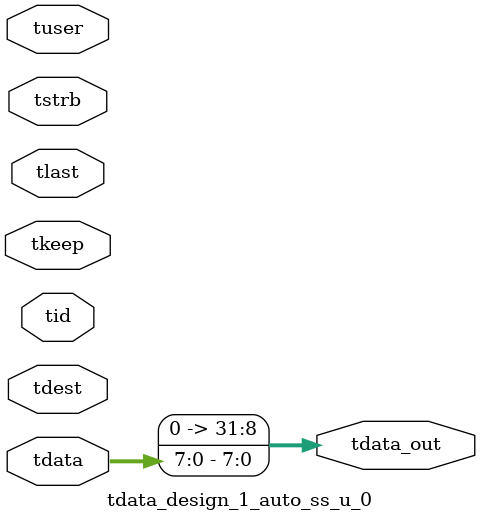
<source format=v>


`timescale 1ps/1ps

module tdata_design_1_auto_ss_u_0 #
(
parameter C_S_AXIS_TDATA_WIDTH = 32,
parameter C_S_AXIS_TUSER_WIDTH = 0,
parameter C_S_AXIS_TID_WIDTH   = 0,
parameter C_S_AXIS_TDEST_WIDTH = 0,
parameter C_M_AXIS_TDATA_WIDTH = 32
)
(
input  [(C_S_AXIS_TDATA_WIDTH == 0 ? 1 : C_S_AXIS_TDATA_WIDTH)-1:0     ] tdata,
input  [(C_S_AXIS_TUSER_WIDTH == 0 ? 1 : C_S_AXIS_TUSER_WIDTH)-1:0     ] tuser,
input  [(C_S_AXIS_TID_WIDTH   == 0 ? 1 : C_S_AXIS_TID_WIDTH)-1:0       ] tid,
input  [(C_S_AXIS_TDEST_WIDTH == 0 ? 1 : C_S_AXIS_TDEST_WIDTH)-1:0     ] tdest,
input  [(C_S_AXIS_TDATA_WIDTH/8)-1:0 ] tkeep,
input  [(C_S_AXIS_TDATA_WIDTH/8)-1:0 ] tstrb,
input                                                                    tlast,
output [C_M_AXIS_TDATA_WIDTH-1:0] tdata_out
);

assign tdata_out = {tdata[7:0]};

endmodule


</source>
